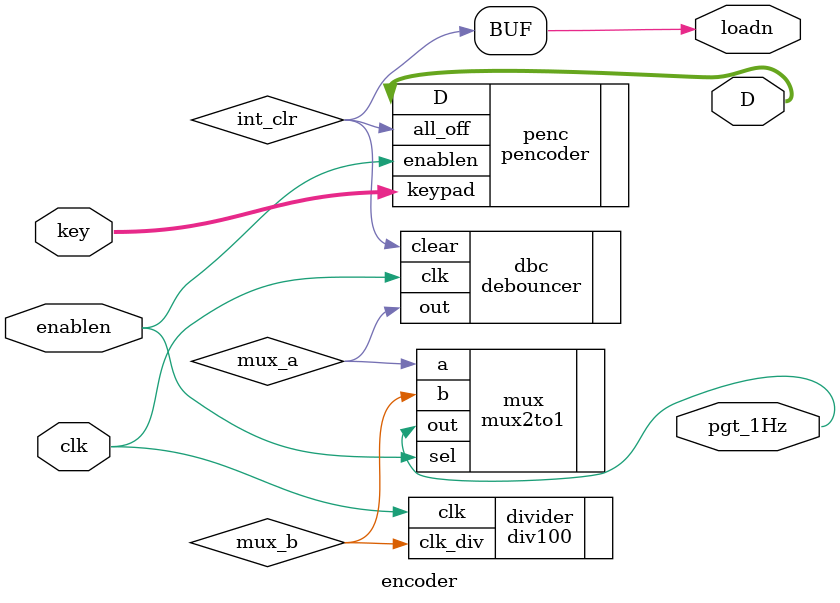
<source format=v>
module encoder (D, pgt_1Hz, loadn, key, clk, enablen);

    // inputs:
    input wire [9:0] key;
    input wire clk;
    input wire enablen;

    // outputs:
    output wire [3:0] D;
    output wire pgt_1Hz;
    output wire loadn;


    wire int_clr, mux_a, mux_b;

    // instances: 
    pencoder penc(.keypad(key), .enablen(enablen), .D(D), .all_off(int_clr));
    debouncer dbc(.clk(clk), .clear(int_clr), .out(mux_a));
    div100 divider(.clk(clk), .clk_div(mux_b));

    // 2 to 1 multiplexer instance:
    mux2to1 mux(.a(mux_a), .b(mux_b), .sel(enablen), .out(pgt_1Hz));

    assign loadn = int_clr;
    
endmodule
</source>
